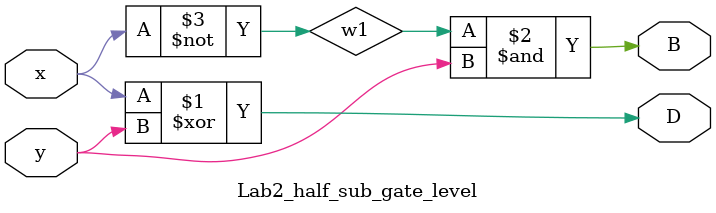
<source format=v>
module Lab2_half_sub_gate_level(output D, B, input x, y);
	wire w1;
	xor G1(D,x,y);
	not G2(w1,x);
	and G3(B,w1,y);
endmodule

</source>
